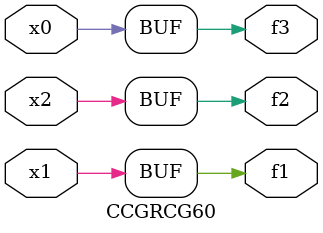
<source format=v>
module CCGRCG60(
	input x0, x1, x2,
	output f1, f2, f3
);
	assign f1 = x1;
	assign f2 = x2;
	assign f3 = x0;
endmodule

</source>
